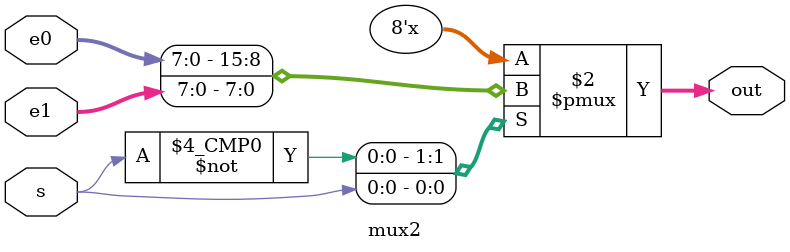
<source format=v>
module mux2(e0, e1, s, out);
  input  [7:0] e0, e1;
  input        s;
  output [7:0] out;
  
  wire [7:0]   e0, e1;
  wire         s;
  reg  [7:0]   out;

  /*
  Para MUX Data (el MUX anterior al Data Memory):
    s=0: out = k8 (literal; 8 LSBs salientes de IM)
    s=1: out = regB
  */
  
  always @(e0, e1, s) begin
    case(s)
		  'b0: out = e0;
		  'b1: out = e1;
	  endcase
  end

endmodule
</source>
